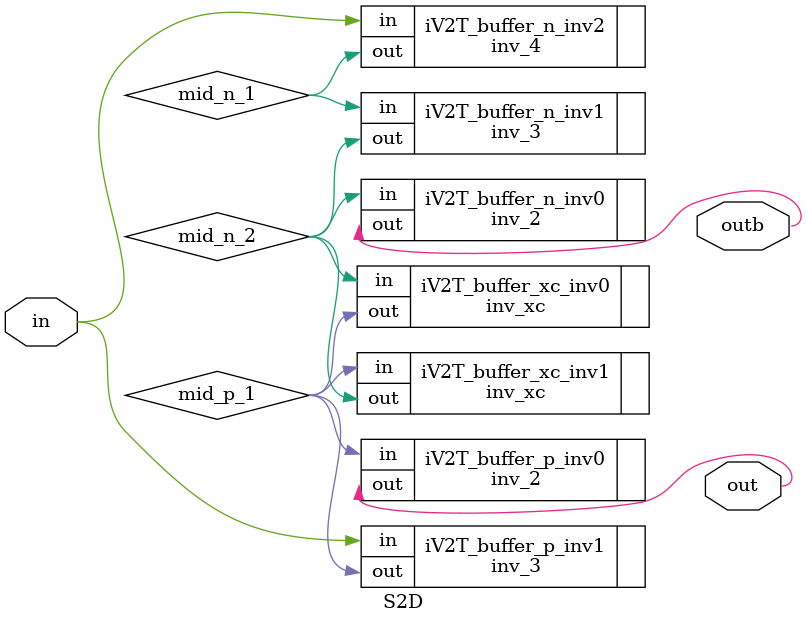
<source format=sv>

module S2D (input in, output out, output outb);

inv_4 iV2T_buffer_n_inv2 (.in(in), .out(mid_n_1));
inv_3 iV2T_buffer_n_inv1 (.in(mid_n_1), .out(mid_n_2));
inv_2 iV2T_buffer_n_inv0 (.in(mid_n_2), .out(outb));

inv_3 iV2T_buffer_p_inv1 (.in(in), .out(mid_p_1));
inv_2 iV2T_buffer_p_inv0 (.in(mid_p_1), .out(out));

inv_xc iV2T_buffer_xc_inv0 (.in(mid_n_2), .out(mid_p_1));
inv_xc iV2T_buffer_xc_inv1 (.in(mid_p_1), .out(mid_n_2));

endmodule



</source>
